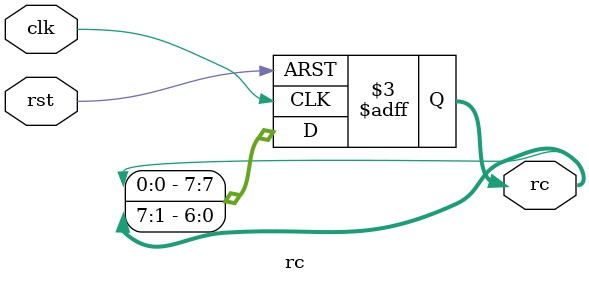
<source format=v>
module rc(
input rst,clk,
output reg [7:0] rc);
always @(posedge clk or posedge rst)
begin
if (rst==1)
	rc=8'b10000000;
else 
	rc={rc[0],rc[7:1]};
end
endmodule	




 
</source>
